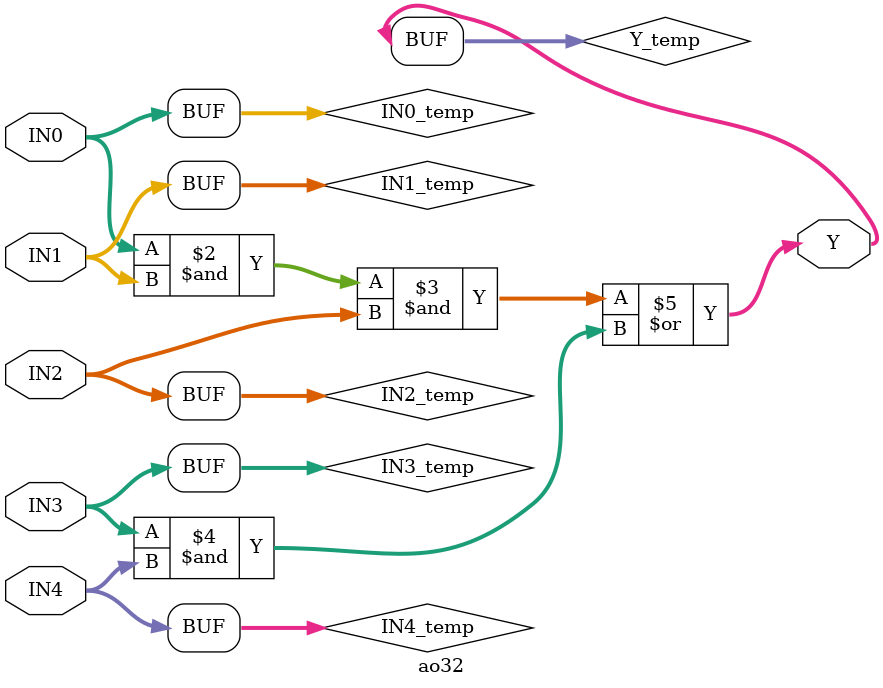
<source format=v>
module ao32(IN0,IN1,IN2,IN3,IN4,Y);
  parameter N = 8;
  parameter DPFLAG = 0;
  parameter GROUP = "std";
  parameter
        d_IN0 = 0,
        d_IN1 = 0,
        d_IN2 = 0,
        d_IN3 = 0,
        d_IN4 = 0,
        d_Y = 1;
  input [(N - 1):0] IN0;
  input [(N - 1):0] IN1;
  input [(N - 1):0] IN2;
  input [(N - 1):0] IN3;
  input [(N - 1):0] IN4;
  output [(N - 1):0] Y;
  wire [(N - 1):0] IN0_temp;
  wire [(N - 1):0] IN1_temp;
  wire [(N - 1):0] IN2_temp;
  wire [(N - 1):0] IN3_temp;
  wire [(N - 1):0] IN4_temp;
  reg [(N - 1):0] Y_temp;
  assign #(d_IN0) IN0_temp = IN0;
  assign #(d_IN1) IN1_temp = IN1;
  assign #(d_IN2) IN2_temp = IN2;
  assign #(d_IN3) IN3_temp = IN3;
  assign #(d_IN4) IN4_temp = IN4;
  assign #(d_Y) Y = Y_temp;
  initial
    begin
    if((DPFLAG == 1))
      $display("(WARNING) The instance %m of type ao32 can't be implemented as a data-path cell");
    end
  always
    @(IN0_temp or IN1_temp or IN2_temp or IN3_temp or IN4_temp)
      begin
      Y_temp = (((IN0_temp & IN1_temp) & IN2_temp) | (IN3_temp & IN4_temp));
      end
endmodule

</source>
